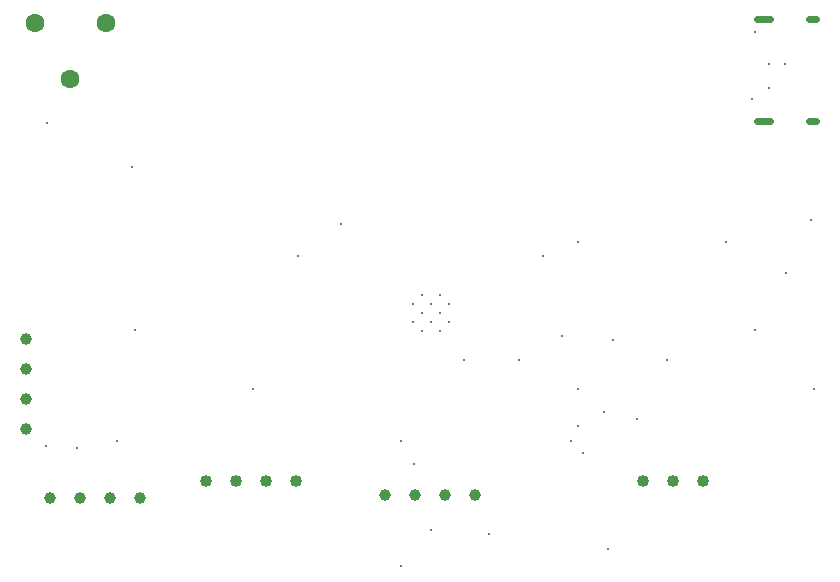
<source format=gbr>
%TF.GenerationSoftware,KiCad,Pcbnew,9.0.2*%
%TF.CreationDate,2025-07-02T17:04:08+05:30*%
%TF.ProjectId,ESP32-RoboCore V1,45535033-322d-4526-9f62-6f436f726520,rev?*%
%TF.SameCoordinates,Original*%
%TF.FileFunction,Plated,1,4,PTH,Mixed*%
%TF.FilePolarity,Positive*%
%FSLAX46Y46*%
G04 Gerber Fmt 4.6, Leading zero omitted, Abs format (unit mm)*
G04 Created by KiCad (PCBNEW 9.0.2) date 2025-07-02 17:04:08*
%MOMM*%
%LPD*%
G01*
G04 APERTURE LIST*
%TA.AperFunction,ComponentDrill*%
%ADD10C,0.200000*%
%TD*%
%TA.AperFunction,ViaDrill*%
%ADD11C,0.300000*%
%TD*%
G04 aperture for slot hole*
%TA.AperFunction,ComponentDrill*%
%ADD12C,0.600000*%
%TD*%
%TA.AperFunction,ComponentDrill*%
%ADD13C,1.000000*%
%TD*%
%TA.AperFunction,ComponentDrill*%
%ADD14C,1.020000*%
%TD*%
%TA.AperFunction,ComponentDrill*%
%ADD15C,1.600000*%
%TD*%
G04 APERTURE END LIST*
D10*
%TO.C,U1*%
X83545000Y-50247500D03*
X83545000Y-51772500D03*
X84307500Y-49485000D03*
X84307500Y-51010000D03*
X84307500Y-52535000D03*
X85070000Y-50247500D03*
X85070000Y-51772500D03*
X85832500Y-49485000D03*
X85832500Y-51010000D03*
X85832500Y-52535000D03*
X86595000Y-50247500D03*
X86595000Y-51772500D03*
%TD*%
D11*
X52422200Y-62324000D03*
X52500000Y-35000000D03*
X55075000Y-62500000D03*
X58500000Y-61849000D03*
X59750000Y-38700000D03*
X60000000Y-52500000D03*
X70000000Y-57500000D03*
X73750000Y-46250000D03*
X77451000Y-43519000D03*
X82500000Y-61881000D03*
X82500000Y-72500000D03*
X83625000Y-63875000D03*
X85058800Y-69400000D03*
X87819700Y-55001000D03*
X90000000Y-69801000D03*
X92500000Y-55001000D03*
X94500000Y-46210000D03*
X96174800Y-53020400D03*
X96900000Y-61881000D03*
X97500000Y-45000000D03*
X97500000Y-57500000D03*
X97500000Y-60600000D03*
X97911000Y-62922900D03*
X99709500Y-59400000D03*
X100000000Y-71001000D03*
X100460700Y-53298100D03*
X102500000Y-60000000D03*
X105000000Y-55000000D03*
X110000000Y-45000000D03*
X112265000Y-32950000D03*
X112500000Y-27250000D03*
X112500000Y-52500000D03*
X113634000Y-30000000D03*
X113634000Y-31982500D03*
X115000000Y-30000000D03*
X115136765Y-47636765D03*
X117225000Y-43135000D03*
X117500000Y-57500000D03*
D12*
%TO.C,J1*%
X113730000Y-26180000D02*
X112630000Y-26180000D01*
X113730000Y-34820000D02*
X112630000Y-34820000D01*
X117660000Y-26180000D02*
X117060000Y-26180000D01*
X117660000Y-34820000D02*
X117060000Y-34820000D01*
D13*
%TO.C,J5*%
X50750000Y-53210000D03*
X50750000Y-55750000D03*
X50750000Y-58290000D03*
X50750000Y-60830000D03*
%TO.C,J6*%
X52750000Y-66750000D03*
X55290000Y-66750000D03*
X57830000Y-66750000D03*
X60370000Y-66750000D03*
%TO.C,J7*%
X81170000Y-66500000D03*
X83710000Y-66500000D03*
X86250000Y-66500000D03*
X88790000Y-66500000D03*
D14*
%TO.C,J4*%
X65960000Y-65250000D03*
X68500000Y-65250000D03*
X71040000Y-65250000D03*
X73580000Y-65250000D03*
%TO.C,J3*%
X103000000Y-65250000D03*
X105540000Y-65250000D03*
X108080000Y-65250000D03*
D15*
%TO.C,J2*%
X51500000Y-26500000D03*
X54500000Y-31200000D03*
X57500000Y-26500000D03*
M02*

</source>
